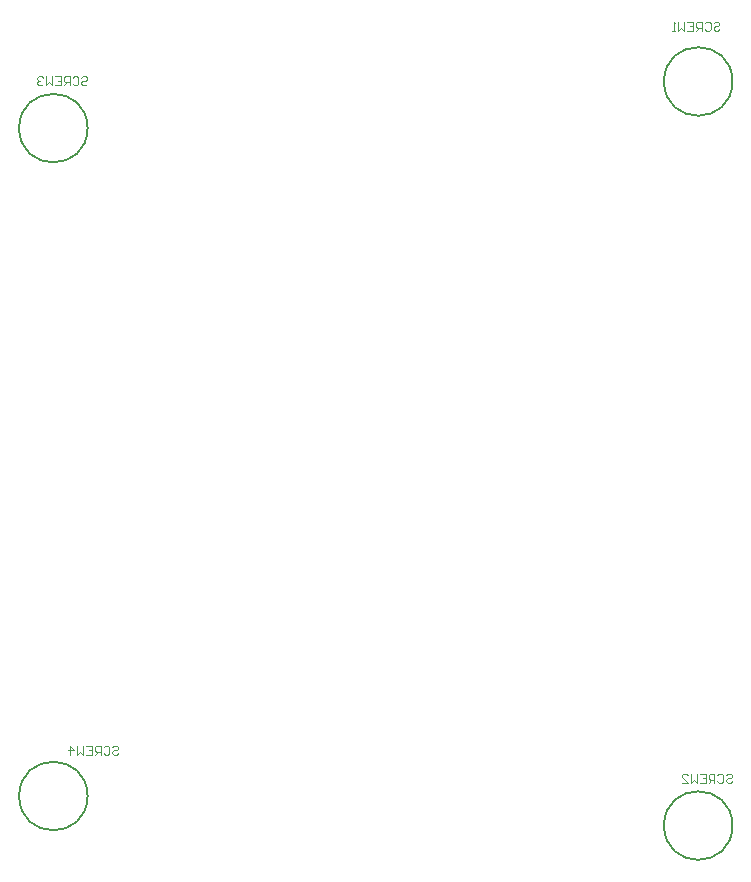
<source format=gbo>
G04 Layer_Color=32896*
%FSLAX43Y43*%
%MOMM*%
G71*
G01*
G75*
%ADD36C,0.200*%
%ADD38C,0.125*%
D36*
X-51700Y2500D02*
G03*
X-51700Y2500I-2900J0D01*
G01*
X-51700Y59050D02*
G03*
X-51700Y59050I-2900J0D01*
G01*
X2900Y0D02*
G03*
X2900Y0I-2900J0D01*
G01*
Y63000D02*
G03*
X2900Y63000I-2900J0D01*
G01*
D38*
X1300Y67925D02*
X1425Y68050D01*
X1675D01*
X1800Y67925D01*
Y67800D01*
X1675Y67675D01*
X1425D01*
X1300Y67550D01*
Y67425D01*
X1425Y67300D01*
X1675D01*
X1800Y67425D01*
X550Y67925D02*
X675Y68050D01*
X925D01*
X1050Y67925D01*
Y67425D01*
X925Y67300D01*
X675D01*
X550Y67425D01*
X300Y67300D02*
Y68050D01*
X-74D01*
X-199Y67925D01*
Y67675D01*
X-74Y67550D01*
X300D01*
X51D02*
X-199Y67300D01*
X-949Y68050D02*
X-449D01*
Y67300D01*
X-949D01*
X-449Y67675D02*
X-699D01*
X-1199Y68050D02*
Y67300D01*
X-1449Y67550D01*
X-1699Y67300D01*
Y68050D01*
X-1949Y67300D02*
X-2199D01*
X-2074D01*
Y68050D01*
X-1949Y67925D01*
X2373Y4265D02*
X2498Y4390D01*
X2748D01*
X2873Y4265D01*
Y4140D01*
X2748Y4015D01*
X2498D01*
X2373Y3890D01*
Y3765D01*
X2498Y3640D01*
X2748D01*
X2873Y3765D01*
X1623Y4265D02*
X1748Y4390D01*
X1998D01*
X2123Y4265D01*
Y3765D01*
X1998Y3640D01*
X1748D01*
X1623Y3765D01*
X1373Y3640D02*
Y4390D01*
X998D01*
X873Y4265D01*
Y4015D01*
X998Y3890D01*
X1373D01*
X1123D02*
X873Y3640D01*
X124Y4390D02*
X624D01*
Y3640D01*
X124D01*
X624Y4015D02*
X374D01*
X-126Y4390D02*
Y3640D01*
X-376Y3890D01*
X-626Y3640D01*
Y4390D01*
X-1376Y3640D02*
X-876D01*
X-1376Y4140D01*
Y4265D01*
X-1251Y4390D01*
X-1001D01*
X-876Y4265D01*
X-52224Y63306D02*
X-52099Y63431D01*
X-51849D01*
X-51724Y63306D01*
Y63181D01*
X-51849Y63056D01*
X-52099D01*
X-52224Y62932D01*
Y62807D01*
X-52099Y62682D01*
X-51849D01*
X-51724Y62807D01*
X-52973Y63306D02*
X-52848Y63431D01*
X-52598D01*
X-52473Y63306D01*
Y62807D01*
X-52598Y62682D01*
X-52848D01*
X-52973Y62807D01*
X-53223Y62682D02*
Y63431D01*
X-53598D01*
X-53723Y63306D01*
Y63056D01*
X-53598Y62932D01*
X-53223D01*
X-53473D02*
X-53723Y62682D01*
X-54473Y63431D02*
X-53973D01*
Y62682D01*
X-54473D01*
X-53973Y63056D02*
X-54223D01*
X-54723Y63431D02*
Y62682D01*
X-54973Y62932D01*
X-55223Y62682D01*
Y63431D01*
X-55472Y63306D02*
X-55597Y63431D01*
X-55847D01*
X-55972Y63306D01*
Y63181D01*
X-55847Y63056D01*
X-55722D01*
X-55847D01*
X-55972Y62932D01*
Y62807D01*
X-55847Y62682D01*
X-55597D01*
X-55472Y62807D01*
X-49600Y6625D02*
X-49475Y6750D01*
X-49225D01*
X-49100Y6625D01*
Y6500D01*
X-49225Y6375D01*
X-49475D01*
X-49600Y6250D01*
Y6125D01*
X-49475Y6000D01*
X-49225D01*
X-49100Y6125D01*
X-50350Y6625D02*
X-50225Y6750D01*
X-49975D01*
X-49850Y6625D01*
Y6125D01*
X-49975Y6000D01*
X-50225D01*
X-50350Y6125D01*
X-50600Y6000D02*
Y6750D01*
X-50974D01*
X-51099Y6625D01*
Y6375D01*
X-50974Y6250D01*
X-50600D01*
X-50849D02*
X-51099Y6000D01*
X-51849Y6750D02*
X-51349D01*
Y6000D01*
X-51849D01*
X-51349Y6375D02*
X-51599D01*
X-52099Y6750D02*
Y6000D01*
X-52349Y6250D01*
X-52599Y6000D01*
Y6750D01*
X-53224Y6000D02*
Y6750D01*
X-52849Y6375D01*
X-53349D01*
M02*

</source>
